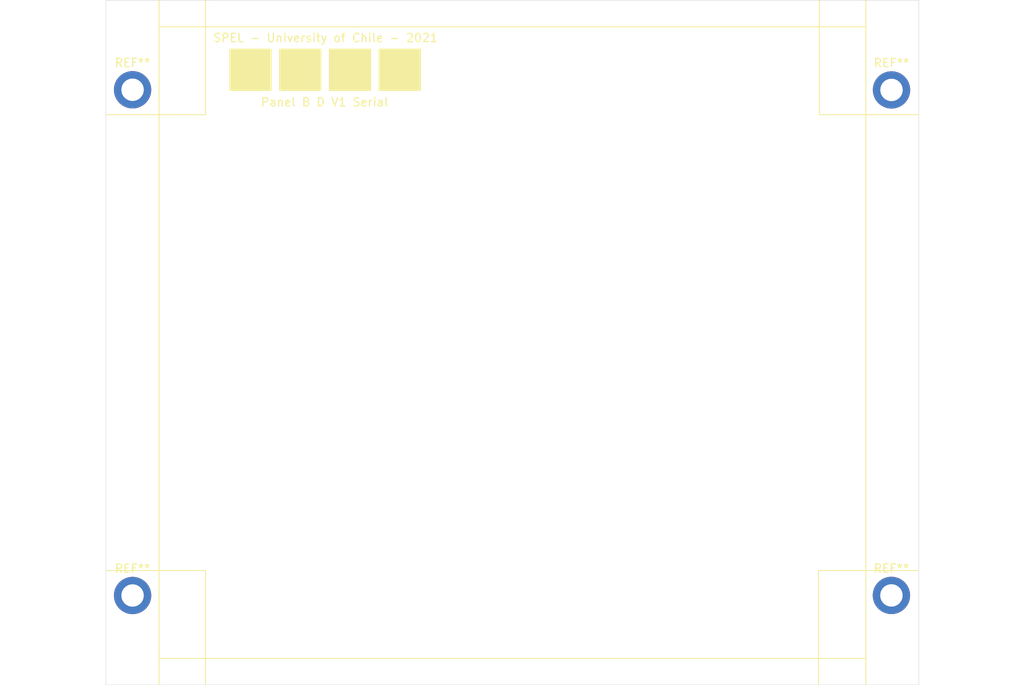
<source format=kicad_pcb>
(kicad_pcb (version 20171130) (host pcbnew "(5.1.2)-2")

  (general
    (thickness 1.6)
    (drawings 26)
    (tracks 0)
    (zones 0)
    (modules 4)
    (nets 2)
  )

  (page A2)
  (layers
    (0 F.Cu signal)
    (31 B.Cu signal)
    (32 B.Adhes user)
    (33 F.Adhes user)
    (34 B.Paste user)
    (35 F.Paste user)
    (36 B.SilkS user)
    (37 F.SilkS user hide)
    (38 B.Mask user)
    (39 F.Mask user)
    (40 Dwgs.User user)
    (41 Cmts.User user)
    (42 Eco1.User user)
    (43 Eco2.User user)
    (44 Edge.Cuts user)
    (45 Margin user)
    (46 B.CrtYd user)
    (47 F.CrtYd user)
    (48 B.Fab user)
    (49 F.Fab user)
  )

  (setup
    (last_trace_width 0.25)
    (trace_clearance 0.2)
    (zone_clearance 0.508)
    (zone_45_only no)
    (trace_min 0.2)
    (via_size 0.8)
    (via_drill 0.4)
    (via_min_size 0.4)
    (via_min_drill 0.3)
    (uvia_size 0.3)
    (uvia_drill 0.1)
    (uvias_allowed no)
    (uvia_min_size 0.2)
    (uvia_min_drill 0.1)
    (edge_width 0.05)
    (segment_width 0.2)
    (pcb_text_width 0.3)
    (pcb_text_size 1.5 1.5)
    (mod_edge_width 0.12)
    (mod_text_size 1 1)
    (mod_text_width 0.15)
    (pad_size 3.2 3.2)
    (pad_drill 1.8)
    (pad_to_mask_clearance 0.051)
    (solder_mask_min_width 0.25)
    (aux_axis_origin 0 0)
    (visible_elements 7FFFFFFF)
    (pcbplotparams
      (layerselection 0x010fc_ffffffff)
      (usegerberextensions false)
      (usegerberattributes false)
      (usegerberadvancedattributes false)
      (creategerberjobfile false)
      (excludeedgelayer true)
      (linewidth 0.100000)
      (plotframeref false)
      (viasonmask false)
      (mode 1)
      (useauxorigin false)
      (hpglpennumber 1)
      (hpglpenspeed 20)
      (hpglpendiameter 15.000000)
      (psnegative false)
      (psa4output false)
      (plotreference true)
      (plotvalue true)
      (plotinvisibletext false)
      (padsonsilk false)
      (subtractmaskfromsilk false)
      (outputformat 1)
      (mirror false)
      (drillshape 0)
      (scaleselection 1)
      (outputdirectory "D:/MAG+ SUCHAI 2 y 3/MAG_PC_AOA_FOD/A/Hardware/PBD/PBD/"))
  )

  (net 0 "")
  (net 1 GND)

  (net_class Default "This is the default net class."
    (clearance 0.2)
    (trace_width 0.25)
    (via_dia 0.8)
    (via_drill 0.4)
    (uvia_dia 0.3)
    (uvia_drill 0.1)
  )

  (module Mounting_Holes:MountingHole_2.7mm_M2.5_ISO14580_Pad (layer F.Cu) (tedit 56D1B4CB) (tstamp 611F2C92)
    (at 452.11 47.48)
    (descr "Mounting Hole 2.7mm, M2.5, ISO14580")
    (tags "mounting hole 2.7mm m2.5 iso14580")
    (attr virtual)
    (fp_text reference REF** (at 0 -3.25) (layer F.SilkS)
      (effects (font (size 1 1) (thickness 0.15)))
    )
    (fp_text value MountingHole_2.7mm_M2.5_ISO14580_Pad (at 0 3.25) (layer F.Fab)
      (effects (font (size 1 1) (thickness 0.15)))
    )
    (fp_text user %R (at 0.3 0) (layer F.Fab)
      (effects (font (size 1 1) (thickness 0.15)))
    )
    (fp_circle (center 0 0) (end 2.25 0) (layer Cmts.User) (width 0.15))
    (fp_circle (center 0 0) (end 2.5 0) (layer F.CrtYd) (width 0.05))
    (pad 1 thru_hole circle (at 0 0) (size 4.5 4.5) (drill 2.7) (layers *.Cu *.Mask))
  )

  (module Mounting_Holes:MountingHole_2.7mm_M2.5_ISO14580_Pad (layer F.Cu) (tedit 56D1B4CB) (tstamp 611F2B18)
    (at 360.62 47.46)
    (descr "Mounting Hole 2.7mm, M2.5, ISO14580")
    (tags "mounting hole 2.7mm m2.5 iso14580")
    (attr virtual)
    (fp_text reference REF** (at 0 -3.25) (layer F.SilkS)
      (effects (font (size 1 1) (thickness 0.15)))
    )
    (fp_text value MountingHole_2.7mm_M2.5_ISO14580_Pad (at 0 3.25) (layer F.Fab)
      (effects (font (size 1 1) (thickness 0.15)))
    )
    (fp_text user %R (at 0.3 0) (layer F.Fab)
      (effects (font (size 1 1) (thickness 0.15)))
    )
    (fp_circle (center 0 0) (end 2.25 0) (layer Cmts.User) (width 0.15))
    (fp_circle (center 0 0) (end 2.5 0) (layer F.CrtYd) (width 0.05))
    (pad 1 thru_hole circle (at 0 0) (size 4.5 4.5) (drill 2.7) (layers *.Cu *.Mask))
  )

  (module Mounting_Holes:MountingHole_2.7mm_M2.5_ISO14580_Pad (layer F.Cu) (tedit 56D1B4CB) (tstamp 611F2B11)
    (at 360.62 108.47)
    (descr "Mounting Hole 2.7mm, M2.5, ISO14580")
    (tags "mounting hole 2.7mm m2.5 iso14580")
    (attr virtual)
    (fp_text reference REF** (at 0 -3.25) (layer F.SilkS)
      (effects (font (size 1 1) (thickness 0.15)))
    )
    (fp_text value MountingHole_2.7mm_M2.5_ISO14580_Pad (at 0 3.25) (layer F.Fab)
      (effects (font (size 1 1) (thickness 0.15)))
    )
    (fp_text user %R (at 0.3 0) (layer F.Fab)
      (effects (font (size 1 1) (thickness 0.15)))
    )
    (fp_circle (center 0 0) (end 2.25 0) (layer Cmts.User) (width 0.15))
    (fp_circle (center 0 0) (end 2.5 0) (layer F.CrtYd) (width 0.05))
    (pad 1 thru_hole circle (at 0 0) (size 4.5 4.5) (drill 2.7) (layers *.Cu *.Mask))
  )

  (module Mounting_Holes:MountingHole_2.7mm_M2.5_ISO14580_Pad (layer F.Cu) (tedit 56D1B4CB) (tstamp 611F2B0A)
    (at 452.1 108.46)
    (descr "Mounting Hole 2.7mm, M2.5, ISO14580")
    (tags "mounting hole 2.7mm m2.5 iso14580")
    (attr virtual)
    (fp_text reference REF** (at 0 -3.25) (layer F.SilkS)
      (effects (font (size 1 1) (thickness 0.15)))
    )
    (fp_text value MountingHole_2.7mm_M2.5_ISO14580_Pad (at 0 3.25) (layer F.Fab)
      (effects (font (size 1 1) (thickness 0.15)))
    )
    (fp_text user %R (at 0.3 0) (layer F.Fab)
      (effects (font (size 1 1) (thickness 0.15)))
    )
    (fp_circle (center 0 0) (end 2.25 0) (layer Cmts.User) (width 0.15))
    (fp_circle (center 0 0) (end 2.5 0) (layer F.CrtYd) (width 0.05))
    (pad 1 thru_hole circle (at 0 0) (size 4.5 4.5) (drill 2.7) (layers *.Cu *.Mask))
  )

  (gr_poly (pts (xy 383.33 42.55) (xy 383.33 47.55) (xy 378.33 47.55) (xy 378.33 42.55)) (layer F.SilkS) (width 0.1) (tstamp 612053BE))
  (gr_poly (pts (xy 389.33 42.55) (xy 389.33 47.55) (xy 384.33 47.55) (xy 384.33 42.55)) (layer F.SilkS) (width 0.1) (tstamp 612053BD))
  (gr_poly (pts (xy 377.33 42.55) (xy 377.33 47.55) (xy 372.33 47.55) (xy 372.33 42.55)) (layer F.SilkS) (width 0.1) (tstamp 612053BC))
  (gr_poly (pts (xy 395.33 42.55) (xy 395.33 47.55) (xy 390.33 47.55) (xy 390.33 42.55)) (layer F.SilkS) (width 0.1) (tstamp 612053BB))
  (gr_text "SPEL - University of Chile - 2021" (at 383.88 41.2) (layer F.SilkS) (tstamp 612053BA)
    (effects (font (size 1 1) (thickness 0.15)))
  )
  (gr_text "Panel B D V1 Serial" (at 383.78 48.95) (layer F.SilkS) (tstamp 612053B9)
    (effects (font (size 1 1) (thickness 0.15)))
  )
  (gr_circle (center 360.61 108.46) (end 361.86 108.46) (layer F.SilkS) (width 0.12) (tstamp 611DAC95))
  (gr_line (start 449.01 39.86) (end 363.81 39.86) (layer F.SilkS) (width 0.12) (tstamp 611DAC94))
  (gr_line (start 363.81 119.26) (end 363.81 36.66) (layer F.SilkS) (width 0.12) (tstamp 611DAC93))
  (gr_line (start 449.01 119.26) (end 449.01 36.66) (layer F.SilkS) (width 0.12) (tstamp 611DAC92))
  (gr_line (start 443.31 119.26) (end 443.31 105.46) (layer F.SilkS) (width 0.12) (tstamp 611DAC91))
  (gr_circle (center 452.11 108.46) (end 453.36 108.46) (layer F.SilkS) (width 0.12) (tstamp 611DAC90))
  (gr_line (start 455.31 105.46) (end 443.31 105.46) (layer F.SilkS) (width 0.12) (tstamp 611DAC8F))
  (gr_line (start 369.41 119.26) (end 369.41 105.46) (layer F.SilkS) (width 0.12) (tstamp 611DAC8E))
  (gr_line (start 455.41 50.46) (end 443.41 50.46) (layer F.SilkS) (width 0.12) (tstamp 611DAC8D))
  (gr_line (start 369.41 50.46) (end 369.41 36.66) (layer F.SilkS) (width 0.12) (tstamp 611DAC8C))
  (gr_line (start 357.41 105.46) (end 369.41 105.46) (layer F.SilkS) (width 0.12) (tstamp 611DAC8B))
  (gr_line (start 357.41 50.46) (end 369.41 50.46) (layer F.SilkS) (width 0.12) (tstamp 611DAC8A))
  (gr_line (start 443.41 36.66) (end 443.41 50.46) (layer F.SilkS) (width 0.12) (tstamp 611DAC89))
  (gr_circle (center 360.61 47.46) (end 361.86 47.46) (layer F.SilkS) (width 0.12) (tstamp 611DAC88))
  (gr_line (start 363.81 116.06) (end 449.01 116.06) (layer F.SilkS) (width 0.12) (tstamp 611DAC87))
  (gr_circle (center 452.11 47.46) (end 453.36 47.46) (layer F.SilkS) (width 0.12) (tstamp 611DAC86))
  (gr_line (start 357.41 36.66) (end 455.41 36.66) (layer Edge.Cuts) (width 0.05) (tstamp 611DA8E1))
  (gr_line (start 455.41 119.26) (end 357.41 119.26) (layer Edge.Cuts) (width 0.05) (tstamp 611DA8DF))
  (gr_line (start 455.41 36.66) (end 455.41 119.26) (layer Edge.Cuts) (width 0.05) (tstamp 611DA8DD))
  (gr_line (start 357.41 119.26) (end 357.41 36.66) (layer Edge.Cuts) (width 0.05) (tstamp 611DA8DB))

  (zone (net 1) (net_name GND) (layer F.Cu) (tstamp 613A1EF6) (hatch edge 0.508)
    (connect_pads (clearance 0.508))
    (min_thickness 0.254)
    (fill yes (arc_segments 32) (thermal_gap 0.508) (thermal_bridge_width 0.508))
    (polygon
      (pts
        (xy 357.38 119.29) (xy 357.38 36.63) (xy 455.44 36.63) (xy 455.44 119.29)
      )
    )
  )
  (zone (net 1) (net_name GND) (layer B.Cu) (tstamp 613A1EF3) (hatch edge 0.508)
    (connect_pads (clearance 0.508))
    (min_thickness 0.254)
    (fill yes (arc_segments 32) (thermal_gap 0.508) (thermal_bridge_width 0.508))
    (polygon
      (pts
        (xy 455.44 119.29) (xy 455.44 36.63) (xy 357.38 36.63) (xy 357.38 119.29)
      )
    )
  )
)

</source>
